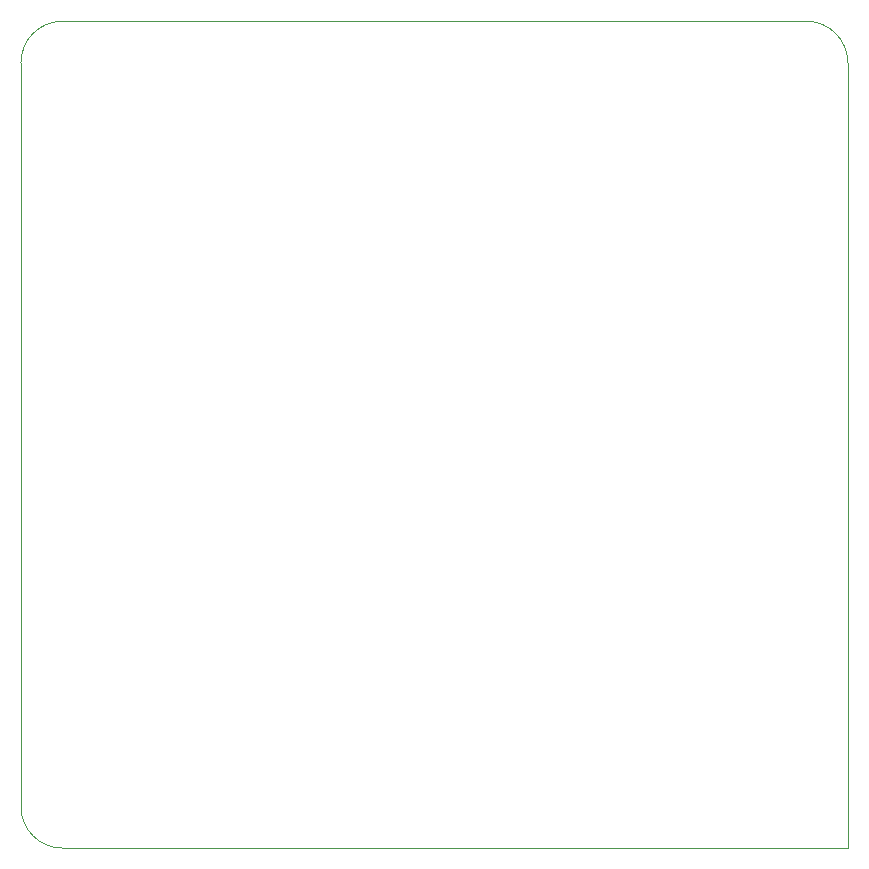
<source format=gbr>
%TF.GenerationSoftware,KiCad,Pcbnew,5.1.9+dfsg1-1~bpo10+1*%
%TF.CreationDate,2021-03-04T00:37:35+00:00*%
%TF.ProjectId,atlas,61746c61-732e-46b6-9963-61645f706362,rev?*%
%TF.SameCoordinates,Original*%
%TF.FileFunction,Profile,NP*%
%FSLAX46Y46*%
G04 Gerber Fmt 4.6, Leading zero omitted, Abs format (unit mm)*
G04 Created by KiCad (PCBNEW 5.1.9+dfsg1-1~bpo10+1) date 2021-03-04 00:37:35*
%MOMM*%
%LPD*%
G01*
G04 APERTURE LIST*
%TA.AperFunction,Profile*%
%ADD10C,0.050000*%
%TD*%
G04 APERTURE END LIST*
D10*
X37150000Y-160000000D02*
G75*
G02*
X33650000Y-156500000I0J3500000D01*
G01*
X100150000Y-90000000D02*
G75*
G02*
X103650000Y-93500000I0J-3500000D01*
G01*
X33650000Y-93500000D02*
G75*
G02*
X37150000Y-90000000I3500000J0D01*
G01*
X33650000Y-93500000D02*
X33650000Y-156500000D01*
X100150000Y-90000000D02*
X37150000Y-90000000D01*
X103650000Y-93500000D02*
X103650000Y-160000000D01*
X37150000Y-160000000D02*
X103650000Y-160000000D01*
M02*

</source>
